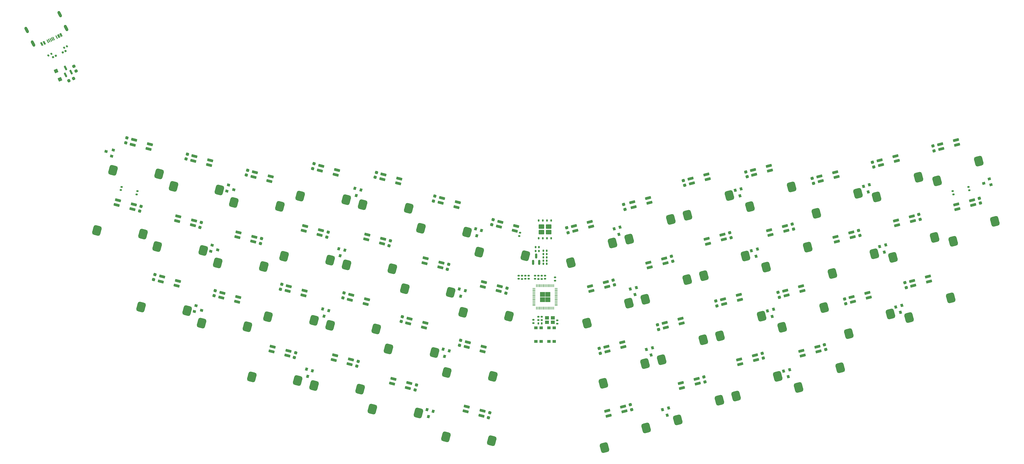
<source format=gbr>
%TF.GenerationSoftware,KiCad,Pcbnew,8.0.6*%
%TF.CreationDate,2024-12-13T19:23:41-05:00*%
%TF.ProjectId,10133,31303133-332e-46b6-9963-61645f706362,rev?*%
%TF.SameCoordinates,Original*%
%TF.FileFunction,Paste,Bot*%
%TF.FilePolarity,Positive*%
%FSLAX46Y46*%
G04 Gerber Fmt 4.6, Leading zero omitted, Abs format (unit mm)*
G04 Created by KiCad (PCBNEW 8.0.6) date 2024-12-13 19:23:41*
%MOMM*%
%LPD*%
G01*
G04 APERTURE LIST*
G04 Aperture macros list*
%AMRoundRect*
0 Rectangle with rounded corners*
0 $1 Rounding radius*
0 $2 $3 $4 $5 $6 $7 $8 $9 X,Y pos of 4 corners*
0 Add a 4 corners polygon primitive as box body*
4,1,4,$2,$3,$4,$5,$6,$7,$8,$9,$2,$3,0*
0 Add four circle primitives for the rounded corners*
1,1,$1+$1,$2,$3*
1,1,$1+$1,$4,$5*
1,1,$1+$1,$6,$7*
1,1,$1+$1,$8,$9*
0 Add four rect primitives between the rounded corners*
20,1,$1+$1,$2,$3,$4,$5,0*
20,1,$1+$1,$4,$5,$6,$7,0*
20,1,$1+$1,$6,$7,$8,$9,0*
20,1,$1+$1,$8,$9,$2,$3,0*%
%AMHorizOval*
0 Thick line with rounded ends*
0 $1 width*
0 $2 $3 position (X,Y) of the first rounded end (center of the circle)*
0 $4 $5 position (X,Y) of the second rounded end (center of the circle)*
0 Add line between two ends*
20,1,$1,$2,$3,$4,$5,0*
0 Add two circle primitives to create the rounded ends*
1,1,$1,$2,$3*
1,1,$1,$4,$5*%
%AMRotRect*
0 Rectangle, with rotation*
0 The origin of the aperture is its center*
0 $1 length*
0 $2 width*
0 $3 Rotation angle, in degrees counterclockwise*
0 Add horizontal line*
21,1,$1,$2,0,0,$3*%
G04 Aperture macros list end*
%ADD10C,0.100000*%
%ADD11RoundRect,0.225000X-0.183247X0.282038X-0.299716X-0.152629X0.183247X-0.282038X0.299716X0.152629X0*%
%ADD12RoundRect,0.140000X-0.140000X-0.170000X0.140000X-0.170000X0.140000X0.170000X-0.140000X0.170000X0*%
%ADD13RoundRect,0.225000X0.299716X-0.152629X0.183247X0.282038X-0.299716X0.152629X-0.183247X-0.282038X0*%
%ADD14RotRect,0.900000X0.800000X255.000000*%
%ADD15RoundRect,0.637500X-0.839009X-0.668114X0.392546X-0.998108X0.839009X0.668114X-0.392546X0.998108X0*%
%ADD16RoundRect,0.637500X-0.392546X-0.998108X0.839009X-0.668114X0.392546X0.998108X-0.839009X0.668114X0*%
%ADD17R,0.812800X0.177800*%
%ADD18R,0.177800X0.812800*%
%ADD19RoundRect,0.135000X-0.040239X-0.225457X0.202436X-0.107097X0.040239X0.225457X-0.202436X0.107097X0*%
%ADD20RotRect,1.800000X0.820000X15.000000*%
%ADD21RoundRect,0.140000X0.170000X-0.140000X0.170000X0.140000X-0.170000X0.140000X-0.170000X-0.140000X0*%
%ADD22RotRect,1.800000X0.820000X345.000000*%
%ADD23RotRect,1.800000X0.820000X165.000000*%
%ADD24RotRect,1.800000X0.820000X195.000000*%
%ADD25RoundRect,0.225000X0.183247X-0.282038X0.299716X0.152629X-0.183247X0.282038X-0.299716X-0.152629X0*%
%ADD26RoundRect,0.135000X-0.185000X0.135000X-0.185000X-0.135000X0.185000X-0.135000X0.185000X0.135000X0*%
%ADD27RoundRect,0.225000X-0.299716X0.152629X-0.183247X-0.282038X0.299716X-0.152629X0.183247X0.282038X0*%
%ADD28RoundRect,0.135000X0.040239X0.225457X-0.202436X0.107097X-0.040239X-0.225457X0.202436X-0.107097X0*%
%ADD29R,1.000000X0.900000*%
%ADD30RotRect,0.900000X0.800000X285.000000*%
%ADD31RotRect,0.900000X0.800000X165.000000*%
%ADD32RoundRect,0.147500X-0.056953X-0.219702X0.208191X-0.090382X0.056953X0.219702X-0.208191X0.090382X0*%
%ADD33R,1.150000X1.000000*%
%ADD34RotRect,1.100000X1.100000X296.000000*%
%ADD35RoundRect,0.147500X0.056953X0.219702X-0.208191X0.090382X-0.056953X-0.219702X0.208191X-0.090382X0*%
%ADD36RoundRect,0.150000X0.392362X-0.462286X-0.122724X0.593797X-0.392362X0.462286X0.122724X-0.593797X0*%
%ADD37RotRect,0.900000X0.800000X345.000000*%
%ADD38RoundRect,0.225000X0.323332X-0.092636X0.126065X0.311821X-0.323332X0.092636X-0.126065X-0.311821X0*%
%ADD39RoundRect,0.135000X0.213637X-0.082518X0.143756X0.178282X-0.213637X0.082518X-0.143756X-0.178282X0*%
%ADD40RoundRect,0.225000X-0.092636X-0.323332X0.311821X-0.126065X0.092636X0.323332X-0.311821X0.126065X0*%
%ADD41RoundRect,0.135000X0.143756X-0.178282X0.213637X0.082518X-0.143756X0.178282X-0.213637X-0.082518X0*%
%ADD42RoundRect,0.135000X-0.143756X0.178282X-0.213637X-0.082518X0.143756X-0.178282X0.213637X0.082518X0*%
%ADD43RoundRect,0.135000X0.185000X-0.135000X0.185000X0.135000X-0.185000X0.135000X-0.185000X-0.135000X0*%
%ADD44RotRect,0.900000X0.800000X195.000000*%
%ADD45RoundRect,0.140000X-0.170000X0.140000X-0.170000X-0.140000X0.170000X-0.140000X0.170000X0.140000X0*%
%ADD46RoundRect,0.150000X0.150000X-0.587500X0.150000X0.587500X-0.150000X0.587500X-0.150000X-0.587500X0*%
%ADD47RoundRect,0.135000X-0.135000X-0.185000X0.135000X-0.185000X0.135000X0.185000X-0.135000X0.185000X0*%
%ADD48RoundRect,0.250000X-0.615000X0.435000X-0.615000X-0.435000X0.615000X-0.435000X0.615000X0.435000X0*%
%ADD49RoundRect,0.125000X-0.125000X0.250000X-0.125000X-0.250000X0.125000X-0.250000X0.125000X0.250000X0*%
%ADD50RotRect,0.300000X1.100000X25.210000*%
%ADD51RotRect,0.275000X1.100000X25.210000*%
%ADD52HorizOval,0.900000X-0.244914X0.520233X0.244914X-0.520233X0*%
%ADD53RoundRect,0.135000X0.135000X0.185000X-0.135000X0.185000X-0.135000X-0.185000X0.135000X-0.185000X0*%
G04 APERTURE END LIST*
D10*
%TO.C,U1*%
X-100001Y5099999D02*
X-1500200Y5100000D01*
X-1500200Y6500199D01*
X-100000Y6500200D01*
X-100001Y5099999D01*
G36*
X-100001Y5099999D02*
G01*
X-1500200Y5100000D01*
X-1500200Y6500199D01*
X-100000Y6500200D01*
X-100001Y5099999D01*
G37*
X-99999Y4899999D02*
X-100000Y3499800D01*
X-1500199Y3499800D01*
X-1500200Y4900000D01*
X-99999Y4899999D01*
G36*
X-99999Y4899999D02*
G01*
X-100000Y3499800D01*
X-1500199Y3499800D01*
X-1500200Y4900000D01*
X-99999Y4899999D01*
G37*
X1500200Y5100000D02*
X99999Y5100001D01*
X100000Y6500200D01*
X1500199Y6500200D01*
X1500200Y5100000D01*
G36*
X1500200Y5100000D02*
G01*
X99999Y5100001D01*
X100000Y6500200D01*
X1500199Y6500200D01*
X1500200Y5100000D01*
G37*
X1500200Y4900000D02*
X1500200Y3499801D01*
X100000Y3499800D01*
X100001Y4900001D01*
X1500200Y4900000D01*
G36*
X1500200Y4900000D02*
G01*
X1500200Y3499801D01*
X100000Y3499800D01*
X100001Y4900001D01*
X1500200Y4900000D01*
G37*
%TD*%
D11*
%TO.C,C31*%
X-61263269Y6218226D03*
X-61664439Y4721040D03*
%TD*%
D12*
%TO.C,C1*%
X-480000Y15100000D03*
X480000Y15100000D03*
%TD*%
D13*
%TO.C,C50*%
X38947880Y15890632D03*
X38546712Y17387820D03*
%TD*%
D14*
%TO.C,D3*%
X-21183622Y25817125D03*
X-19348363Y25325370D03*
X-20783631Y23639394D03*
%TD*%
D15*
%TO.C,K37*%
X-131694949Y43680953D03*
X-117659477Y42549761D03*
%TD*%
D16*
%TO.C,K7*%
X7904184Y15442192D03*
X20624856Y21480287D03*
%TD*%
D15*
%TO.C,K40*%
X-70417607Y-22043330D03*
X-56382135Y-23174522D03*
%TD*%
D16*
%TO.C,K36*%
X111002438Y-1307302D03*
X123723110Y4730793D03*
%TD*%
D17*
%TO.C,U1*%
X3403600Y7600000D03*
X3403600Y7200001D03*
X3403600Y6799999D03*
X3403600Y6400000D03*
X3403600Y6000001D03*
X3403600Y5599999D03*
X3403600Y5200000D03*
X3403600Y4800000D03*
X3403600Y4400001D03*
X3403600Y3999999D03*
X3403600Y3600000D03*
X3403600Y3200001D03*
X3403600Y2799999D03*
X3403600Y2400000D03*
D18*
X2600000Y1596400D03*
X2200001Y1596400D03*
X1799999Y1596400D03*
X1400000Y1596400D03*
X1000001Y1596400D03*
X599999Y1596400D03*
X200000Y1596400D03*
X-200000Y1596400D03*
X-599999Y1596400D03*
X-1000001Y1596400D03*
X-1400000Y1596400D03*
X-1799999Y1596400D03*
X-2200001Y1596400D03*
X-2600000Y1596400D03*
D17*
X-3403600Y2400000D03*
X-3403600Y2799999D03*
X-3403600Y3200001D03*
X-3403600Y3600000D03*
X-3403600Y3999999D03*
X-3403600Y4400001D03*
X-3403600Y4800000D03*
X-3403600Y5200000D03*
X-3403600Y5599999D03*
X-3403600Y6000001D03*
X-3403600Y6400000D03*
X-3403600Y6799999D03*
X-3403600Y7200001D03*
X-3403600Y7600000D03*
D18*
X-2600000Y8403600D03*
X-2200001Y8403600D03*
X-1799999Y8403600D03*
X-1400000Y8403600D03*
X-1000001Y8403600D03*
X-599999Y8403600D03*
X-200000Y8403600D03*
X200000Y8403600D03*
X599999Y8403600D03*
X1000001Y8403600D03*
X1400000Y8403600D03*
X1799999Y8403600D03*
X2200001Y8403600D03*
X2600000Y8403600D03*
%TD*%
D19*
%TO.C,R11*%
X-146666583Y81059284D03*
X-145749813Y81506422D03*
%TD*%
D20*
%TO.C,LED26*%
X46617020Y-21472667D03*
X46228792Y-20023778D03*
X41399162Y-21317873D03*
X41787390Y-22766762D03*
%TD*%
D21*
%TO.C,C11*%
X3741590Y-3119742D03*
X3741590Y-2159742D03*
%TD*%
D14*
%TO.C,D22*%
X-35975143Y-29385582D03*
X-34139884Y-29877337D03*
X-35575152Y-31563313D03*
%TD*%
D22*
%TO.C,LED9*%
X-107380384Y26857486D03*
X-106992155Y28306375D03*
X-111821784Y29600470D03*
X-112210013Y28151581D03*
%TD*%
D20*
%TO.C,LED37*%
X54540608Y22559831D03*
X54152380Y24008720D03*
X49322750Y22714625D03*
X49710978Y21265736D03*
%TD*%
D23*
%TO.C,LED1*%
X-13654136Y27949064D03*
X-14042365Y26500175D03*
X-9212736Y25206080D03*
X-8824507Y26654969D03*
%TD*%
D24*
%TO.C,LED33*%
X36468646Y-2916940D03*
X36856874Y-4365829D03*
X41686504Y-3071734D03*
X41298276Y-1622845D03*
%TD*%
D25*
%TO.C,C28*%
X-29749343Y13425891D03*
X-29348173Y14923077D03*
%TD*%
D13*
%TO.C,C55*%
X132801489Y33642858D03*
X132400321Y35140046D03*
%TD*%
D11*
%TO.C,C30*%
X-43478681Y-1012394D03*
X-43879851Y-2509580D03*
%TD*%
D16*
%TO.C,K19*%
X12834792Y-2958709D03*
X25555464Y3079386D03*
%TD*%
D26*
%TO.C,R3*%
X-1999999Y11510000D03*
X-2000001Y10490000D03*
%TD*%
%TO.C,R5*%
X-999999Y-1039741D03*
X-1000001Y-2059741D03*
%TD*%
D27*
%TO.C,C48*%
X16492139Y-10709003D03*
X16893307Y-12206191D03*
%TD*%
D16*
%TO.C,K47*%
X124472834Y22024107D03*
X137193506Y28062202D03*
%TD*%
D21*
%TO.C,C7*%
X-1Y10520000D03*
X-1Y11480000D03*
%TD*%
D13*
%TO.C,C53*%
X95999621Y23781827D03*
X95598453Y25279015D03*
%TD*%
D24*
%TO.C,LED43*%
X102060293Y46706638D03*
X102448521Y45257749D03*
X107278151Y46551844D03*
X106889923Y48000733D03*
%TD*%
D22*
%TO.C,LED10*%
X-88979481Y21926979D03*
X-88591252Y23375868D03*
X-93420881Y24669963D03*
X-93809110Y23221074D03*
%TD*%
D28*
%TO.C,R10*%
X-150513421Y79183055D03*
X-151430191Y78735917D03*
%TD*%
D14*
%TO.C,D2*%
X-57944142Y38132330D03*
X-56108883Y37640575D03*
X-57544151Y35954599D03*
%TD*%
D24*
%TO.C,LED47*%
X26607616Y33884927D03*
X26995844Y32436038D03*
X31825474Y33730133D03*
X31437246Y35179022D03*
%TD*%
D29*
%TO.C,SW2*%
X1200000Y-4450001D03*
X1199999Y-8550001D03*
X2800001Y-4449999D03*
X2800000Y-8549999D03*
%TD*%
D20*
%TO.C,LED39*%
X93807733Y23220395D03*
X93419505Y24669284D03*
X88589875Y23375189D03*
X88978103Y21926300D03*
%TD*%
D30*
%TO.C,D23*%
X35864969Y-29415104D03*
X37700228Y-28923347D03*
X37300237Y-31101076D03*
%TD*%
D16*
%TO.C,K32*%
X35549890Y-14128989D03*
X48270562Y-8090894D03*
%TD*%
%TO.C,K43*%
X18095583Y-40993140D03*
X30816255Y-34955045D03*
%TD*%
D13*
%TO.C,C51*%
X56732497Y23121263D03*
X56331329Y24618451D03*
%TD*%
D24*
%TO.C,LED30*%
X93520389Y4974256D03*
X93908617Y3525367D03*
X98738247Y4819462D03*
X98350019Y6268351D03*
%TD*%
D31*
%TO.C,D20*%
X-131653058Y49853019D03*
X-132144813Y48017760D03*
X-133830789Y49453028D03*
%TD*%
D23*
%TO.C,LED3*%
X-49223709Y42410123D03*
X-49611938Y40961234D03*
X-44782309Y39667139D03*
X-44394080Y41116028D03*
%TD*%
D15*
%TO.C,K27*%
X-84504316Y-1012033D03*
X-70468844Y-2143225D03*
%TD*%
%TO.C,K3*%
X-74643302Y35789771D03*
X-60607830Y34658579D03*
%TD*%
D16*
%TO.C,K10*%
X62490680Y32533827D03*
X75211352Y38571922D03*
%TD*%
%TO.C,K44*%
X40480396Y-32529891D03*
X53201068Y-26491796D03*
%TD*%
D27*
%TO.C,C62*%
X6631109Y26092863D03*
X7032277Y24595675D03*
%TD*%
D24*
%TO.C,LED46*%
X44392235Y41115560D03*
X44780463Y39666671D03*
X49610093Y40960766D03*
X49221865Y42409655D03*
%TD*%
D12*
%TO.C,C4*%
X-480001Y18100000D03*
X479999Y18100000D03*
%TD*%
D16*
%TO.C,K22*%
X67421187Y14132925D03*
X80141859Y20171020D03*
%TD*%
D23*
%TO.C,LED7*%
X-125292179Y52931880D03*
X-125680408Y51482991D03*
X-120850779Y50188896D03*
X-120462550Y51637785D03*
%TD*%
D13*
%TO.C,C54*%
X114400554Y28712342D03*
X113999386Y30209530D03*
%TD*%
D22*
%TO.C,LED21*%
X-78590652Y-12904994D03*
X-78202423Y-11456105D03*
X-83032052Y-10162010D03*
X-83420281Y-11610899D03*
%TD*%
D32*
%TO.C,D26*%
X-147060699Y79643200D03*
X-146188869Y80068418D03*
%TD*%
D15*
%TO.C,K1*%
X-113294047Y38750446D03*
X-99258575Y37619254D03*
%TD*%
D12*
%TO.C,C2*%
X-480001Y16099999D03*
X479999Y16099999D03*
%TD*%
D27*
%TO.C,C44*%
X91328501Y4412824D03*
X91729669Y2915636D03*
%TD*%
D23*
%TO.C,LED5*%
X-88490374Y43070866D03*
X-88878603Y41621977D03*
X-84048974Y40327882D03*
X-83660745Y41776771D03*
%TD*%
D13*
%TO.C,C40*%
X48808908Y-20911235D03*
X48407740Y-19414047D03*
%TD*%
D33*
%TO.C,Y1*%
X2375000Y-2749742D03*
X625000Y-2749740D03*
X625000Y-1349740D03*
X2375000Y-1349742D03*
%TD*%
D34*
%TO.C,D13*%
X-149097839Y73976692D03*
X-147870397Y71460070D03*
%TD*%
D22*
%TO.C,LED12*%
X-49712422Y21266417D03*
X-49324193Y22715306D03*
X-54153822Y24009401D03*
X-54542051Y22560512D03*
%TD*%
D13*
%TO.C,C39*%
X26424056Y-29374496D03*
X26022888Y-27877308D03*
%TD*%
D20*
%TO.C,LED40*%
X112208666Y28150910D03*
X111820438Y29599799D03*
X106990808Y28305704D03*
X107379036Y26856815D03*
%TD*%
D35*
%TO.C,D27*%
X-149154889Y78621793D03*
X-150026719Y78196575D03*
%TD*%
D16*
%TO.C,K45*%
X58264985Y-25299274D03*
X70985657Y-19261179D03*
%TD*%
D24*
%TO.C,LED44*%
X83659359Y41776123D03*
X84047587Y40327234D03*
X88877217Y41621329D03*
X88488989Y43070218D03*
%TD*%
D14*
%TO.C,D21*%
X-72735663Y-17070377D03*
X-70900404Y-17562132D03*
X-72335672Y-19248108D03*
%TD*%
D24*
%TO.C,LED32*%
X54253265Y4313692D03*
X54641493Y2864803D03*
X59471123Y4158898D03*
X59082895Y5607787D03*
%TD*%
D11*
%TO.C,C18*%
X-51402321Y43019788D03*
X-51803491Y41522602D03*
%TD*%
D36*
%TO.C,U2*%
X-144522906Y73607327D03*
X-146230614Y72774422D03*
X-146198707Y74876113D03*
%TD*%
D21*
%TO.C,C9*%
X-5999999Y10520000D03*
X-5999999Y11480000D03*
%TD*%
D27*
%TO.C,C43*%
X109729434Y9343339D03*
X110130602Y7846151D03*
%TD*%
D11*
%TO.C,C20*%
X-90669314Y43680594D03*
X-91070484Y42183408D03*
%TD*%
D22*
%TO.C,LED22*%
X-59573436Y-15535388D03*
X-59185207Y-14086499D03*
X-64014836Y-12792404D03*
X-64403065Y-14241293D03*
%TD*%
D15*
%TO.C,K18*%
X-24987311Y297247D03*
X-10951839Y-833945D03*
%TD*%
D37*
%TO.C,D7*%
X-101965595Y18942326D03*
X-101473840Y20777585D03*
X-99787864Y19342317D03*
%TD*%
D25*
%TO.C,C27*%
X-47533963Y20656524D03*
X-47132793Y22153710D03*
%TD*%
D38*
%TO.C,C14*%
X-142981825Y73983459D03*
X-143661301Y75376591D03*
%TD*%
D22*
%TO.C,LED11*%
X-68729636Y23896811D03*
X-68341407Y25345700D03*
X-73171036Y26639795D03*
X-73559265Y25190906D03*
%TD*%
D27*
%TO.C,C58*%
X81467471Y41214691D03*
X81868639Y39717503D03*
%TD*%
D11*
%TO.C,C17*%
X-33617667Y35789411D03*
X-34018837Y34292225D03*
%TD*%
D21*
%TO.C,C10*%
X-5000001Y10520001D03*
X-5000001Y11480001D03*
%TD*%
D15*
%TO.C,K41*%
X-52633016Y-29273949D03*
X-38597544Y-30405141D03*
%TD*%
D39*
%TO.C,R15*%
X129409317Y37594602D03*
X129145321Y38579846D03*
%TD*%
D23*
%TO.C,LED16*%
X-41299740Y-1622123D03*
X-41687969Y-3071012D03*
X-36858340Y-4365107D03*
X-36470111Y-2916218D03*
%TD*%
D37*
%TO.C,D14*%
X-106896102Y541424D03*
X-106404347Y2376683D03*
X-104718371Y941415D03*
%TD*%
D15*
%TO.C,K13*%
X-118224554Y20349544D03*
X-104189082Y19218352D03*
%TD*%
D13*
%TO.C,C49*%
X21163259Y8659999D03*
X20762091Y10157187D03*
%TD*%
D15*
%TO.C,K14*%
X-99823651Y15419037D03*
X-85788179Y14287845D03*
%TD*%
D16*
%TO.C,K12*%
X101141424Y35494504D03*
X113862096Y41532599D03*
%TD*%
D25*
%TO.C,C63*%
X-11964725Y6195261D03*
X-11563555Y7692447D03*
%TD*%
D16*
%TO.C,K11*%
X82740524Y30563995D03*
X95461196Y36602090D03*
%TD*%
D39*
%TO.C,R14*%
X124538463Y36299812D03*
X124274467Y37285056D03*
%TD*%
D40*
%TO.C,C15*%
X-145169186Y70997374D03*
X-143776054Y71676850D03*
%TD*%
D30*
%TO.C,D5*%
X57988046Y37527780D03*
X59823305Y38019537D03*
X59423314Y35841808D03*
%TD*%
D14*
%TO.C,D9*%
X-26114129Y7416223D03*
X-24278870Y6924468D03*
X-25714138Y5238492D03*
%TD*%
D20*
%TO.C,LED38*%
X73557855Y25190231D03*
X73169627Y26639120D03*
X68339997Y25345025D03*
X68728225Y23896136D03*
%TD*%
D21*
%TO.C,C6*%
X-7999998Y10520000D03*
X-7999998Y11480000D03*
%TD*%
D41*
%TO.C,R13*%
X-124567750Y36318013D03*
X-124303754Y37303257D03*
%TD*%
D22*
%TO.C,LED14*%
X-14143243Y6805177D03*
X-13755014Y8254066D03*
X-18584643Y9548161D03*
X-18972872Y8099272D03*
%TD*%
D42*
%TO.C,R7*%
X-7568002Y24592622D03*
X-7831998Y23607378D03*
%TD*%
D16*
%TO.C,K33*%
X53334479Y-6898371D03*
X66055151Y-860276D03*
%TD*%
D30*
%TO.C,D19*%
X106962040Y1961566D03*
X108797299Y2453323D03*
X108397308Y275594D03*
%TD*%
D25*
%TO.C,C24*%
X-105201442Y26247760D03*
X-104800272Y27744946D03*
%TD*%
D15*
%TO.C,K4*%
X-55626085Y33159377D03*
X-41590613Y32028185D03*
%TD*%
D43*
%TO.C,R8*%
X3019999Y9940000D03*
X3020001Y10960000D03*
%TD*%
D27*
%TO.C,C47*%
X34276758Y-3478372D03*
X34677926Y-4975560D03*
%TD*%
D44*
%TO.C,D25*%
X135478787Y41076605D03*
X135970544Y39241346D03*
X133792815Y39641337D03*
%TD*%
D16*
%TO.C,K48*%
X119542331Y40425010D03*
X132263003Y46463105D03*
%TD*%
%TO.C,K8*%
X25688875Y22672815D03*
X38409547Y28710910D03*
%TD*%
D15*
%TO.C,K16*%
X-60556593Y14758475D03*
X-46521121Y13627283D03*
%TD*%
%TO.C,K30*%
X-29917110Y-18103637D03*
X-15881638Y-19234829D03*
%TD*%
%TO.C,K5*%
X-37841497Y25928757D03*
X-23806025Y24797565D03*
%TD*%
D26*
%TO.C,R4*%
X-6999999Y11510000D03*
X-7000001Y10490000D03*
%TD*%
D15*
%TO.C,K38*%
X-136625454Y25280051D03*
X-122589982Y24148859D03*
%TD*%
D12*
%TO.C,C3*%
X-479999Y17100000D03*
X480001Y17100000D03*
%TD*%
D11*
%TO.C,C29*%
X-25694092Y-8243015D03*
X-26095262Y-9740201D03*
%TD*%
D23*
%TO.C,LED4*%
X-68240531Y45040696D03*
X-68628760Y43591807D03*
X-63799131Y42297712D03*
X-63410902Y43746601D03*
%TD*%
D11*
%TO.C,C22*%
X-127471119Y53541607D03*
X-127872289Y52044421D03*
%TD*%
D37*
%TO.C,D1*%
X-97035088Y37343229D03*
X-96543333Y39178488D03*
X-94857357Y37743220D03*
%TD*%
D16*
%TO.C,K20*%
X30619381Y4271912D03*
X43340053Y10310007D03*
%TD*%
%TO.C,K46*%
X77282201Y-22668879D03*
X90002873Y-16630784D03*
%TD*%
D30*
%TO.C,D18*%
X67849060Y725976D03*
X69684319Y1217733D03*
X69284328Y-959996D03*
%TD*%
D26*
%TO.C,R1*%
X-3499998Y-1990001D03*
X-3500000Y-3010001D03*
%TD*%
D15*
%TO.C,K2*%
X-94893142Y33819940D03*
X-80857670Y32688748D03*
%TD*%
D24*
%TO.C,LED31*%
X73270514Y6944091D03*
X73658742Y5495202D03*
X78488372Y6789297D03*
X78100144Y8238186D03*
%TD*%
D12*
%TO.C,C5*%
X-480002Y19100000D03*
X479998Y19100000D03*
%TD*%
D21*
%TO.C,C8*%
X-3000002Y10520000D03*
X-3000002Y11480000D03*
%TD*%
D25*
%TO.C,C25*%
X-86801087Y21317088D03*
X-86399917Y22814274D03*
%TD*%
D41*
%TO.C,R12*%
X-129397379Y37612108D03*
X-129133383Y38597352D03*
%TD*%
D30*
%TO.C,D17*%
X30934462Y-11014201D03*
X32769721Y-10522444D03*
X32369730Y-12700173D03*
%TD*%
D11*
%TO.C,C16*%
X-15833078Y28558792D03*
X-16234248Y27061606D03*
%TD*%
D15*
%TO.C,K42*%
X-30248203Y-37737198D03*
X-16212731Y-38868390D03*
%TD*%
D30*
%TO.C,D24*%
X72779567Y-17674927D03*
X74614826Y-17183170D03*
X74214835Y-19360899D03*
%TD*%
D23*
%TO.C,LED2*%
X-31438727Y35179682D03*
X-31826956Y33730793D03*
X-26997327Y32436698D03*
X-26609098Y33885587D03*
%TD*%
%TO.C,LED15*%
X-23515151Y-8852741D03*
X-23903380Y-10301630D03*
X-19073751Y-11595725D03*
X-18685522Y-10146836D03*
%TD*%
D13*
%TO.C,C41*%
X66593528Y-13680603D03*
X66192360Y-12183415D03*
%TD*%
D24*
%TO.C,LED34*%
X18684028Y-10147573D03*
X19072256Y-11596462D03*
X23901886Y-10302367D03*
X23513658Y-8853478D03*
%TD*%
D22*
%TO.C,LED24*%
X-19404032Y-31229254D03*
X-19015803Y-29780365D03*
X-23845432Y-28486270D03*
X-24233661Y-29935159D03*
%TD*%
D23*
%TO.C,LED19*%
X-98351388Y6269060D03*
X-98739617Y4820171D03*
X-93909988Y3526076D03*
X-93521759Y4974965D03*
%TD*%
%TO.C,LED20*%
X-116752289Y11199568D03*
X-117140518Y9750679D03*
X-112310889Y8456584D03*
X-111922660Y9905473D03*
%TD*%
D27*
%TO.C,C60*%
X42200347Y40554126D03*
X42601515Y39056938D03*
%TD*%
D30*
%TO.C,D10*%
X26003955Y7386701D03*
X27839214Y7878458D03*
X27439223Y5700729D03*
%TD*%
D45*
%TO.C,C13*%
X-2000000Y-1069741D03*
X-2000000Y-2029741D03*
%TD*%
D29*
%TO.C,SW1*%
X-1199999Y-8549999D03*
X-1199998Y-4449999D03*
X-2800000Y-8550001D03*
X-2799999Y-4450001D03*
%TD*%
D46*
%TO.C,Q1*%
X-1760000Y15592500D03*
X-3660000Y15592500D03*
X-2709999Y17467499D03*
%TD*%
D30*
%TO.C,D11*%
X62918552Y19126877D03*
X64753811Y19618634D03*
X64353820Y17440905D03*
%TD*%
D20*
%TO.C,LED25*%
X24232169Y-29935928D03*
X23843941Y-28487039D03*
X19014311Y-29781134D03*
X19402539Y-31230023D03*
%TD*%
D13*
%TO.C,C42*%
X85610775Y-11050205D03*
X85209607Y-9553017D03*
%TD*%
%TO.C,C52*%
X75749744Y25751663D03*
X75348576Y27248851D03*
%TD*%
D15*
%TO.C,K15*%
X-79573808Y17388868D03*
X-65538336Y16257676D03*
%TD*%
D16*
%TO.C,K35*%
X92601535Y-6237809D03*
X105322207Y-199714D03*
%TD*%
D15*
%TO.C,K39*%
X-89434822Y-19412935D03*
X-75399350Y-20544127D03*
%TD*%
D14*
%TO.C,D15*%
X-67805156Y1330525D03*
X-65969897Y838770D03*
X-67405165Y-847206D03*
%TD*%
D24*
%TO.C,LED48*%
X8822997Y26654295D03*
X9211225Y25205406D03*
X14040855Y26499501D03*
X13652627Y27948390D03*
%TD*%
D15*
%TO.C,K29*%
X-47702511Y-10873046D03*
X-33667039Y-12004238D03*
%TD*%
D27*
%TO.C,C61*%
X23992542Y33210100D03*
X24393710Y31712912D03*
%TD*%
D30*
%TO.C,D4*%
X21073448Y25787603D03*
X22908707Y26279360D03*
X22508716Y24101631D03*
%TD*%
D11*
%TO.C,C19*%
X-70419472Y45650424D03*
X-70820642Y44153238D03*
%TD*%
D47*
%TO.C,R6*%
X-2891250Y19050000D03*
X-1871250Y19050000D03*
%TD*%
D11*
%TO.C,C33*%
X-100530328Y6878789D03*
X-100931498Y5381603D03*
%TD*%
D23*
%TO.C,LED6*%
X-106891276Y48001373D03*
X-107279505Y46552484D03*
X-102449876Y45258389D03*
X-102061647Y46707278D03*
%TD*%
D14*
%TO.C,D8*%
X-62874649Y19731428D03*
X-61039390Y19239673D03*
X-62474658Y17553697D03*
%TD*%
D15*
%TO.C,K6*%
X-20056804Y18698134D03*
X-6021332Y17566942D03*
%TD*%
D48*
%TO.C,U3*%
X1075001Y26448501D03*
X-1074999Y26448500D03*
X1075001Y24748502D03*
X-1074999Y24748501D03*
D49*
X-1904999Y28298501D03*
X-634999Y28298501D03*
X635001Y28298501D03*
X1905001Y28298501D03*
X1905001Y22898501D03*
X635001Y22898501D03*
X-634999Y22898501D03*
X-1904999Y22898501D03*
%TD*%
D16*
%TO.C,K21*%
X48403972Y11502531D03*
X61124644Y17540626D03*
%TD*%
D25*
%TO.C,C37*%
X-39609905Y-23375735D03*
X-39208735Y-21878549D03*
%TD*%
D15*
%TO.C,K17*%
X-42772003Y7527855D03*
X-28736531Y6396663D03*
%TD*%
D27*
%TO.C,C46*%
X52061376Y3752258D03*
X52462544Y2255070D03*
%TD*%
D23*
%TO.C,LED18*%
X-78101545Y8238892D03*
X-78489774Y6790003D03*
X-73660145Y5495908D03*
X-73271916Y6944797D03*
%TD*%
D16*
%TO.C,K9*%
X43473464Y29903434D03*
X56194136Y35941529D03*
%TD*%
%TO.C,K23*%
X87671030Y12163094D03*
X100391702Y18201189D03*
%TD*%
D25*
%TO.C,C26*%
X-66551210Y23286924D03*
X-66150040Y24784110D03*
%TD*%
D27*
%TO.C,C56*%
X118269338Y51075721D03*
X118670506Y49578533D03*
%TD*%
D20*
%TO.C,LED28*%
X83418886Y-11611636D03*
X83030658Y-10162747D03*
X78201028Y-11456842D03*
X78589256Y-12905731D03*
%TD*%
D15*
%TO.C,K28*%
X-65487099Y-3642428D03*
X-51451627Y-4773620D03*
%TD*%
D20*
%TO.C,LED36*%
X36755988Y15329200D03*
X36367760Y16778089D03*
X31538130Y15483994D03*
X31926358Y14035105D03*
%TD*%
D24*
%TO.C,LED45*%
X63409483Y43745957D03*
X63797711Y42297068D03*
X68627341Y43591163D03*
X68239113Y45040052D03*
%TD*%
D26*
%TO.C,R2*%
X-1000002Y11510000D03*
X-1000004Y10490000D03*
%TD*%
D22*
%TO.C,LED23*%
X-41789123Y-22765933D03*
X-41400894Y-21317044D03*
X-46230523Y-20022949D03*
X-46618752Y-21471838D03*
%TD*%
D25*
%TO.C,C35*%
X-76411713Y-13514722D03*
X-76010543Y-12017536D03*
%TD*%
D27*
%TO.C,C45*%
X71078625Y6382658D03*
X71479793Y4885470D03*
%TD*%
D15*
%TO.C,K26*%
X-104754157Y-2981867D03*
X-90718685Y-4113059D03*
%TD*%
D30*
%TO.C,D12*%
X102031533Y20362469D03*
X103866792Y20854226D03*
X103466801Y18676497D03*
%TD*%
%TO.C,D6*%
X97101025Y38763371D03*
X98936284Y39255128D03*
X98536293Y37077399D03*
%TD*%
D27*
%TO.C,C57*%
X99868402Y46145208D03*
X100269570Y44648020D03*
%TD*%
D24*
%TO.C,LED29*%
X111921323Y9904771D03*
X112309551Y8455882D03*
X117139181Y9749977D03*
X116750953Y11198866D03*
%TD*%
D20*
%TO.C,LED27*%
X64401641Y-14242035D03*
X64013413Y-12793146D03*
X59183783Y-14087241D03*
X59572011Y-15536130D03*
%TD*%
D14*
%TO.C,D16*%
X-31044636Y-10984680D03*
X-29209377Y-11476435D03*
X-30644645Y-13162411D03*
%TD*%
D25*
%TO.C,C36*%
X-57394496Y-16145116D03*
X-56993326Y-14647930D03*
%TD*%
D20*
%TO.C,LED35*%
X18971370Y8098568D03*
X18583142Y9547457D03*
X13753512Y8253362D03*
X14141740Y6804473D03*
%TD*%
%TO.C,LED41*%
X130609599Y33081426D03*
X130221371Y34530315D03*
X125391741Y33236220D03*
X125779969Y31787331D03*
%TD*%
D11*
%TO.C,C34*%
X-118931231Y11809296D03*
X-119332401Y10312110D03*
%TD*%
D27*
%TO.C,C59*%
X61217594Y43184526D03*
X61618762Y41687338D03*
%TD*%
D22*
%TO.C,LED13*%
X-31927834Y14035797D03*
X-31539605Y15484686D03*
X-36369234Y16778781D03*
X-36757463Y15329892D03*
%TD*%
D11*
%TO.C,C32*%
X-80280486Y8848620D03*
X-80681656Y7351434D03*
%TD*%
D12*
%TO.C,C12*%
X-1980000Y-3049741D03*
X-1020000Y-3049741D03*
%TD*%
D24*
%TO.C,LED42*%
X120461226Y51637153D03*
X120849454Y50188264D03*
X125679084Y51482359D03*
X125290856Y52931248D03*
%TD*%
D22*
%TO.C,LED8*%
X-125781286Y31787992D03*
X-125393057Y33236881D03*
X-130222686Y34530976D03*
X-130610915Y33082087D03*
%TD*%
D16*
%TO.C,K34*%
X72351696Y-4267977D03*
X85072368Y1770118D03*
%TD*%
%TO.C,K24*%
X106071931Y17093601D03*
X118792603Y23131696D03*
%TD*%
D25*
%TO.C,C23*%
X-123602345Y31178266D03*
X-123201175Y32675452D03*
%TD*%
D50*
%TO.C,J13*%
X-153537705Y82167535D03*
D51*
X-152847831Y82492312D03*
D50*
X-151637724Y83062003D03*
X-150732972Y83487940D03*
X-150280595Y83700908D03*
D51*
X-148165736Y84696537D03*
D50*
X-147475862Y85021314D03*
D51*
X-147735978Y84898857D03*
D50*
X-148425852Y84574080D03*
X-148923466Y84339815D03*
X-149828220Y83913878D03*
X-151185348Y83274972D03*
X-152587714Y82614768D03*
D51*
X-153277589Y82289991D03*
D52*
X-158055291Y86539771D03*
X-156095978Y82377908D03*
X-147967299Y91288971D03*
X-146007987Y87127108D03*
%TD*%
D15*
%TO.C,K25*%
X-123155061Y1948642D03*
X-109119589Y817450D03*
%TD*%
D23*
%TO.C,LED17*%
X-59084329Y5608499D03*
X-59472558Y4159610D03*
X-54642929Y2865515D03*
X-54254700Y4314404D03*
%TD*%
D53*
%TO.C,R9*%
X-1871250Y20240624D03*
X-2891250Y20240626D03*
%TD*%
D16*
%TO.C,K31*%
X17765300Y-21359609D03*
X30485972Y-15321514D03*
%TD*%
D11*
%TO.C,C21*%
X-109070217Y48611100D03*
X-109471387Y47113914D03*
%TD*%
D25*
%TO.C,C38*%
X-17225092Y-31838982D03*
X-16823922Y-30341796D03*
%TD*%
M02*

</source>
